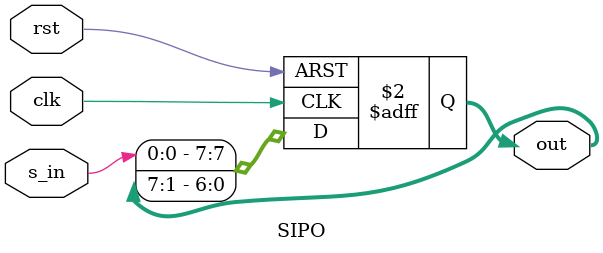
<source format=v>
module SIPO(input clk, rst, s_in, output reg [7:0] out);
  always@(posedge clk or posedge rst)
    begin
      if(rst)
        out <=8'b00000000;
      else
        out <= {s_in, out[7:1]};
    end
endmodule

</source>
